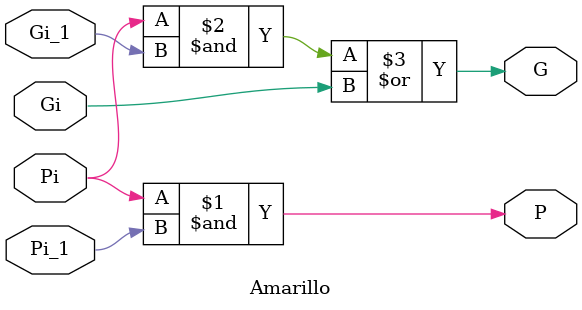
<source format=sv>
`timescale 1ns / 1ps

module Amarillo(
    input logic Gi, Pi, Gi_1, Pi_1, // Define las entradas Gi, Pi, Gi-1, Pi-1
    output logic P, G               // Define las salidas P y G
);

    // Implementa la lógica para las operaciones
    assign P = Pi & Pi_1;           // P es el resultado de Pi AND Pi-1
    assign G = (Pi & Gi_1) | Gi;    // G es el resultado de (Pi AND Gi-1) OR Gi

endmodule

</source>
